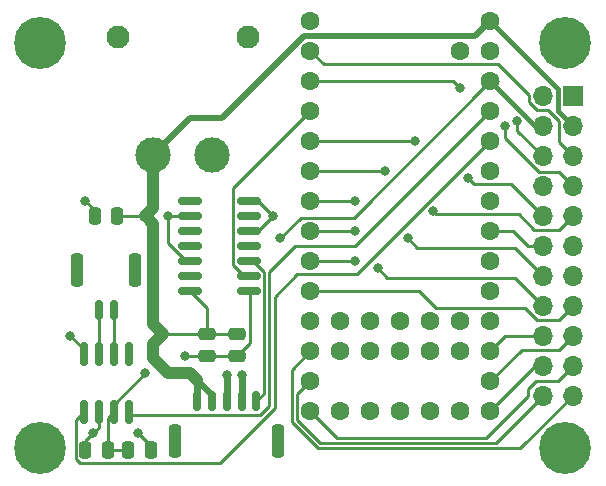
<source format=gbr>
%TF.GenerationSoftware,KiCad,Pcbnew,7.0.6-0*%
%TF.CreationDate,2024-01-30T23:56:51-05:00*%
%TF.ProjectId,Peripherals Board (new),50657269-7068-4657-9261-6c7320426f61,rev?*%
%TF.SameCoordinates,Original*%
%TF.FileFunction,Copper,L1,Top*%
%TF.FilePolarity,Positive*%
%FSLAX46Y46*%
G04 Gerber Fmt 4.6, Leading zero omitted, Abs format (unit mm)*
G04 Created by KiCad (PCBNEW 7.0.6-0) date 2024-01-30 23:56:51*
%MOMM*%
%LPD*%
G01*
G04 APERTURE LIST*
G04 Aperture macros list*
%AMRoundRect*
0 Rectangle with rounded corners*
0 $1 Rounding radius*
0 $2 $3 $4 $5 $6 $7 $8 $9 X,Y pos of 4 corners*
0 Add a 4 corners polygon primitive as box body*
4,1,4,$2,$3,$4,$5,$6,$7,$8,$9,$2,$3,0*
0 Add four circle primitives for the rounded corners*
1,1,$1+$1,$2,$3*
1,1,$1+$1,$4,$5*
1,1,$1+$1,$6,$7*
1,1,$1+$1,$8,$9*
0 Add four rect primitives between the rounded corners*
20,1,$1+$1,$2,$3,$4,$5,0*
20,1,$1+$1,$4,$5,$6,$7,0*
20,1,$1+$1,$6,$7,$8,$9,0*
20,1,$1+$1,$8,$9,$2,$3,0*%
G04 Aperture macros list end*
%TA.AperFunction,SMDPad,CuDef*%
%ADD10RoundRect,0.250000X-0.475000X0.250000X-0.475000X-0.250000X0.475000X-0.250000X0.475000X0.250000X0*%
%TD*%
%TA.AperFunction,SMDPad,CuDef*%
%ADD11RoundRect,0.150000X-0.150000X-0.700000X0.150000X-0.700000X0.150000X0.700000X-0.150000X0.700000X0*%
%TD*%
%TA.AperFunction,SMDPad,CuDef*%
%ADD12RoundRect,0.250000X-0.250000X-1.150000X0.250000X-1.150000X0.250000X1.150000X-0.250000X1.150000X0*%
%TD*%
%TA.AperFunction,ComponentPad*%
%ADD13C,1.600000*%
%TD*%
%TA.AperFunction,SMDPad,CuDef*%
%ADD14RoundRect,0.250000X0.250000X0.475000X-0.250000X0.475000X-0.250000X-0.475000X0.250000X-0.475000X0*%
%TD*%
%TA.AperFunction,SMDPad,CuDef*%
%ADD15RoundRect,0.150000X0.150000X-0.825000X0.150000X0.825000X-0.150000X0.825000X-0.150000X-0.825000X0*%
%TD*%
%TA.AperFunction,SMDPad,CuDef*%
%ADD16RoundRect,0.250000X-0.250000X-0.475000X0.250000X-0.475000X0.250000X0.475000X-0.250000X0.475000X0*%
%TD*%
%TA.AperFunction,ComponentPad*%
%ADD17R,1.700000X1.700000*%
%TD*%
%TA.AperFunction,ComponentPad*%
%ADD18O,1.700000X1.700000*%
%TD*%
%TA.AperFunction,ComponentPad*%
%ADD19C,4.400000*%
%TD*%
%TA.AperFunction,ComponentPad*%
%ADD20C,3.000000*%
%TD*%
%TA.AperFunction,ComponentPad*%
%ADD21C,1.950000*%
%TD*%
%TA.AperFunction,SMDPad,CuDef*%
%ADD22RoundRect,0.150000X0.150000X0.700000X-0.150000X0.700000X-0.150000X-0.700000X0.150000X-0.700000X0*%
%TD*%
%TA.AperFunction,SMDPad,CuDef*%
%ADD23RoundRect,0.250000X0.250000X1.150000X-0.250000X1.150000X-0.250000X-1.150000X0.250000X-1.150000X0*%
%TD*%
%TA.AperFunction,SMDPad,CuDef*%
%ADD24RoundRect,0.150000X0.825000X0.150000X-0.825000X0.150000X-0.825000X-0.150000X0.825000X-0.150000X0*%
%TD*%
%TA.AperFunction,ViaPad*%
%ADD25C,0.800000*%
%TD*%
%TA.AperFunction,Conductor*%
%ADD26C,0.250000*%
%TD*%
%TA.AperFunction,Conductor*%
%ADD27C,0.400000*%
%TD*%
%TA.AperFunction,Conductor*%
%ADD28C,0.600000*%
%TD*%
%TA.AperFunction,Conductor*%
%ADD29C,1.000000*%
%TD*%
%TA.AperFunction,Conductor*%
%ADD30C,0.500000*%
%TD*%
G04 APERTURE END LIST*
D10*
%TO.P,C3,1*%
%TO.N,+5V*%
X189992000Y-73472000D03*
%TO.P,C3,2*%
%TO.N,GND*%
X189992000Y-75372000D03*
%TD*%
D11*
%TO.P,J1,1,Pin_1*%
%TO.N,Net-(J1-Pin_1)*%
X178295000Y-71464087D03*
%TO.P,J1,2,Pin_2*%
%TO.N,Net-(J1-Pin_2)*%
X179545000Y-71464087D03*
D12*
%TO.P,J1,MP*%
%TO.N,N/C*%
X176445000Y-68114087D03*
X181395000Y-68114087D03*
%TD*%
D13*
%TO.P,U1,44,33_MCLK2*%
%TO.N,unconnected-(U1-33_MCLK2-Pad44)*%
X198755000Y-72390000D03*
%TO.P,U1,43,32_OUT1B*%
%TO.N,unconnected-(U1-32_OUT1B-Pad43)*%
X198755000Y-74930000D03*
%TO.P,U1,42,31_CTX3*%
%TO.N,unconnected-(U1-31_CTX3-Pad42)*%
X201295000Y-72390000D03*
%TO.P,U1,41,30_CRX3*%
%TO.N,unconnected-(U1-30_CRX3-Pad41)*%
X201295000Y-74930000D03*
%TO.P,U1,40,29_TX7*%
%TO.N,unconnected-(U1-29_TX7-Pad40)*%
X203835000Y-72390000D03*
%TO.P,U1,39,28_RX7*%
%TO.N,unconnected-(U1-28_RX7-Pad39)*%
X203835000Y-74930000D03*
%TO.P,U1,38,27_A13_SCK1*%
%TO.N,unconnected-(U1-27_A13_SCK1-Pad38)*%
X206375000Y-72390000D03*
%TO.P,U1,37,26_A12_MOSI1*%
%TO.N,unconnected-(U1-26_A12_MOSI1-Pad37)*%
X206375000Y-74930000D03*
%TO.P,U1,36,25_A11_RX6_SDA2*%
%TO.N,unconnected-(U1-25_A11_RX6_SDA2-Pad36)*%
X208915000Y-72390000D03*
%TO.P,U1,35,24_A10_TX6_SCL2*%
%TO.N,unconnected-(U1-24_A10_TX6_SCL2-Pad35)*%
X208915000Y-74930000D03*
%TO.P,U1,34,VUSB*%
%TO.N,unconnected-(U1-VUSB-Pad34)*%
X208915000Y-49530000D03*
%TO.P,U1,33,VIN*%
%TO.N,+5V*%
X211455000Y-46990000D03*
%TO.P,U1,32,GND*%
%TO.N,GND*%
X211455000Y-49530000D03*
%TO.P,U1,31,3V3*%
%TO.N,+3.3V*%
X211455000Y-52070000D03*
%TO.P,U1,30,23_A9_CRX1_MCLK1*%
%TO.N,/CAN_RX*%
X211455000Y-54610000D03*
%TO.P,U1,29,22_A8_CTX1*%
%TO.N,/CAN_TX*%
X211455000Y-57150000D03*
%TO.P,U1,28,21_A7_RX5_BCLK1*%
%TO.N,unconnected-(U1-21_A7_RX5_BCLK1-Pad28)*%
X211455000Y-59690000D03*
%TO.P,U1,27,20_A6_TX5_LRCLK1*%
%TO.N,unconnected-(U1-20_A6_TX5_LRCLK1-Pad27)*%
X211455000Y-62230000D03*
%TO.P,U1,26,19_A5_SCL0*%
%TO.N,/SCL0*%
X211455000Y-64770000D03*
%TO.P,U1,25,18_A4_SDA0*%
%TO.N,/SDA0*%
X211455000Y-67310000D03*
%TO.P,U1,24,17_A3_TX4_SDA1*%
%TO.N,/D6*%
X211455000Y-69850000D03*
%TO.P,U1,23,16_A2_RX4_SCL1*%
%TO.N,/D5*%
X211455000Y-72390000D03*
%TO.P,U1,22,15_A1_RX3_SPDIF_IN*%
%TO.N,/RX3*%
X211455000Y-74930000D03*
%TO.P,U1,21,14_A0_TX3_SPDIF_OUT*%
%TO.N,/TX3*%
X211455000Y-77470000D03*
%TO.P,U1,20,13_SCK_CRX1_LED*%
%TO.N,/SCK*%
X211455000Y-80010000D03*
%TO.P,U1,19,ON_OFF*%
%TO.N,unconnected-(U1-ON_OFF-Pad19)*%
X208915000Y-80010000D03*
%TO.P,U1,18,PROGRAM*%
%TO.N,unconnected-(U1-PROGRAM-Pad18)*%
X206375000Y-80010000D03*
%TO.P,U1,17,GND*%
%TO.N,GND*%
X203835000Y-80010000D03*
%TO.P,U1,16,3V3*%
%TO.N,unconnected-(U1-3V3-Pad16)*%
X201295000Y-80010000D03*
%TO.P,U1,15,VBAT*%
%TO.N,unconnected-(U1-VBAT-Pad15)*%
X198755000Y-80010000D03*
%TO.P,U1,14,12_MISO_MQSL*%
%TO.N,/MISO*%
X196215000Y-80010000D03*
%TO.P,U1,13,11_MOSI_CTX1*%
%TO.N,/MOSI*%
X196215000Y-77470000D03*
%TO.P,U1,12,10_CS_MQSR*%
%TO.N,/CS*%
X196215000Y-74930000D03*
%TO.P,U1,11,9_OUT1C*%
%TO.N,unconnected-(U1-9_OUT1C-Pad11)*%
X196215000Y-72390000D03*
%TO.P,U1,10,8_TX2_IN1*%
%TO.N,/TX2*%
X196215000Y-69850000D03*
%TO.P,U1,9,7_RX2_OUT1A*%
%TO.N,/RX2*%
X196215000Y-67310000D03*
%TO.P,U1,8,6_OUT1D*%
%TO.N,/D4*%
X196215000Y-64770000D03*
%TO.P,U1,7,5_IN2*%
%TO.N,/D3*%
X196215000Y-62230000D03*
%TO.P,U1,6,4_BCLK2*%
%TO.N,/D2*%
X196215000Y-59690000D03*
%TO.P,U1,5,3_LRCLK2*%
%TO.N,/D1*%
X196215000Y-57150000D03*
%TO.P,U1,4,2_OUT2*%
%TO.N,/SIGNAL_IN*%
X196215000Y-54610000D03*
%TO.P,U1,3,1_TX1_CTX2_MISO1*%
%TO.N,/TX1*%
X196215000Y-52070000D03*
%TO.P,U1,2,0_RX1_CRX2_CS1*%
%TO.N,/RX1*%
X196215000Y-49530000D03*
%TO.P,U1,1,GND*%
%TO.N,GND*%
X196215000Y-46990000D03*
%TD*%
D14*
%TO.P,C5,1*%
%TO.N,GND*%
X182710000Y-83354087D03*
%TO.P,C5,2*%
%TO.N,+3.3V*%
X180810000Y-83354087D03*
%TD*%
D15*
%TO.P,U2,1,D*%
%TO.N,/CAN_TX*%
X177015000Y-80114087D03*
%TO.P,U2,2,GND*%
%TO.N,GND*%
X178285000Y-80114087D03*
%TO.P,U2,3,VCC*%
%TO.N,+3.3V*%
X179555000Y-80114087D03*
%TO.P,U2,4,R*%
%TO.N,/CAN_RX*%
X180825000Y-80114087D03*
%TO.P,U2,5,Vref*%
%TO.N,unconnected-(U2-Vref-Pad5)*%
X180825000Y-75164087D03*
%TO.P,U2,6,CANL*%
%TO.N,Net-(J1-Pin_2)*%
X179555000Y-75164087D03*
%TO.P,U2,7,CANH*%
%TO.N,Net-(J1-Pin_1)*%
X178285000Y-75164087D03*
%TO.P,U2,8,Rs*%
%TO.N,GND*%
X177015000Y-75164087D03*
%TD*%
D16*
%TO.P,C4,2*%
%TO.N,+5V*%
X179870000Y-63500000D03*
%TO.P,C4,1*%
%TO.N,GND*%
X177970000Y-63500000D03*
%TD*%
D17*
%TO.P,J4,1,Pin_1*%
%TO.N,GND*%
X218440000Y-53340000D03*
D18*
%TO.P,J4,2,Pin_2*%
X215900000Y-53340000D03*
%TO.P,J4,3,Pin_3*%
%TO.N,+5V*%
X218440000Y-55880000D03*
%TO.P,J4,4,Pin_4*%
%TO.N,+3.3V*%
X215900000Y-55880000D03*
%TO.P,J4,5,Pin_5*%
%TO.N,/RX1*%
X218440000Y-58420000D03*
%TO.P,J4,6,Pin_6*%
%TO.N,/TX1*%
X215900000Y-58420000D03*
%TO.P,J4,7,Pin_7*%
%TO.N,/D1*%
X218440000Y-60960000D03*
%TO.P,J4,8,Pin_8*%
%TO.N,/D5*%
X215900000Y-60960000D03*
%TO.P,J4,9,Pin_9*%
%TO.N,/D3*%
X218440000Y-63500000D03*
%TO.P,J4,10,Pin_10*%
%TO.N,/D2*%
X215900000Y-63500000D03*
%TO.P,J4,11,Pin_11*%
%TO.N,/SDA0*%
X218440000Y-66040000D03*
%TO.P,J4,12,Pin_12*%
%TO.N,/SCL0*%
X215900000Y-66040000D03*
%TO.P,J4,13,Pin_13*%
%TO.N,/D6*%
X218440000Y-68580000D03*
%TO.P,J4,14,Pin_14*%
%TO.N,/D4*%
X215900000Y-68580000D03*
%TO.P,J4,15,Pin_15*%
%TO.N,/TX2*%
X218440000Y-71120000D03*
%TO.P,J4,16,Pin_16*%
%TO.N,/RX2*%
X215900000Y-71120000D03*
%TO.P,J4,17,Pin_17*%
%TO.N,/TX3*%
X218440000Y-73660000D03*
%TO.P,J4,18,Pin_18*%
%TO.N,/RX3*%
X215900000Y-73660000D03*
%TO.P,J4,19,Pin_19*%
%TO.N,/MISO*%
X218440000Y-76200000D03*
%TO.P,J4,20,Pin_20*%
%TO.N,/SCK*%
X215900000Y-76200000D03*
%TO.P,J4,21,Pin_21*%
%TO.N,/CS*%
X218440000Y-78740000D03*
%TO.P,J4,22,Pin_22*%
%TO.N,/MOSI*%
X215900000Y-78740000D03*
%TD*%
D19*
%TO.P,H1,1,1*%
%TO.N,GND*%
X217805000Y-48895000D03*
%TD*%
D10*
%TO.P,C2,1*%
%TO.N,+5V*%
X187452000Y-73472000D03*
%TO.P,C2,2*%
%TO.N,GND*%
X187452000Y-75372000D03*
%TD*%
D19*
%TO.P,H4,1,1*%
%TO.N,GND*%
X173355000Y-83185000D03*
%TD*%
D14*
%TO.P,C1,1*%
%TO.N,+3.3V*%
X179065000Y-83354087D03*
%TO.P,C1,2*%
%TO.N,GND*%
X177165000Y-83354087D03*
%TD*%
D20*
%TO.P,J3,1,A*%
%TO.N,+5V*%
X182920000Y-58340000D03*
D21*
%TO.P,J3,2,B*%
%TO.N,GND*%
X179920000Y-48340000D03*
D20*
X187920000Y-58340000D03*
D21*
X190920000Y-48340000D03*
%TD*%
D19*
%TO.P,H2,1,1*%
%TO.N,GND*%
X217805000Y-83185000D03*
%TD*%
D22*
%TO.P,J2,1,Pin_1*%
%TO.N,/SIGNAL_OUT*%
X191635000Y-79200000D03*
%TO.P,J2,2,Pin_2*%
%TO.N,GND*%
X190385000Y-79200000D03*
%TO.P,J2,3,Pin_3*%
X189135000Y-79200000D03*
%TO.P,J2,4,Pin_4*%
%TO.N,+5V*%
X187885000Y-79200000D03*
%TO.P,J2,5,Pin_5*%
X186635000Y-79200000D03*
D23*
%TO.P,J2,MP*%
%TO.N,N/C*%
X193485000Y-82550000D03*
X184785000Y-82550000D03*
%TD*%
D24*
%TO.P,U3,14,VCC*%
%TO.N,+5V*%
X186045000Y-69850000D03*
%TO.P,U3,13,4OE*%
%TO.N,unconnected-(U3-4OE-Pad13)*%
X186045000Y-68580000D03*
%TO.P,U3,12,4A*%
%TO.N,GND*%
X186045000Y-67310000D03*
%TO.P,U3,11,4Y*%
%TO.N,unconnected-(U3-4Y-Pad11)*%
X186045000Y-66040000D03*
%TO.P,U3,10,3OE*%
%TO.N,unconnected-(U3-3OE-Pad10)*%
X186045000Y-64770000D03*
%TO.P,U3,9,3A*%
%TO.N,GND*%
X186045000Y-63500000D03*
%TO.P,U3,8,3Y*%
%TO.N,unconnected-(U3-3Y-Pad8)*%
X186045000Y-62230000D03*
%TO.P,U3,7,GND*%
%TO.N,GND*%
X190995000Y-62230000D03*
%TO.P,U3,6,2Y*%
%TO.N,unconnected-(U3-2Y-Pad6)*%
X190995000Y-63500000D03*
%TO.P,U3,5,2A*%
%TO.N,GND*%
X190995000Y-64770000D03*
%TO.P,U3,4,2OE*%
%TO.N,unconnected-(U3-2OE-Pad4)*%
X190995000Y-66040000D03*
%TO.P,U3,3,1Y*%
%TO.N,/SIGNAL_OUT*%
X190995000Y-67310000D03*
%TO.P,U3,2,1A*%
%TO.N,/SIGNAL_IN*%
X190995000Y-68580000D03*
%TO.P,U3,1,1OE*%
%TO.N,GND*%
X190995000Y-69850000D03*
%TD*%
D19*
%TO.P,H3,1,1*%
%TO.N,GND*%
X173355000Y-48895000D03*
%TD*%
D25*
%TO.N,+3.3V*%
X182245000Y-76835000D03*
X193675000Y-65405000D03*
%TO.N,GND*%
X177165000Y-62230000D03*
X177800000Y-81915000D03*
X190385000Y-76950000D03*
X185630673Y-75373844D03*
X184150000Y-63500000D03*
X193040000Y-63500000D03*
X175895000Y-73660000D03*
X181610000Y-81915000D03*
X189135000Y-76930000D03*
%TO.N,/D4*%
X200025000Y-64770000D03*
X204470000Y-65405000D03*
%TO.N,/D3*%
X200025000Y-62230000D03*
X206569799Y-63059799D03*
%TO.N,/D2*%
X209550000Y-60325000D03*
X202565000Y-59690000D03*
%TO.N,/D1*%
X205105000Y-57150000D03*
X212725000Y-55880000D03*
%TO.N,/RX2*%
X201930000Y-67945000D03*
X200025000Y-67310000D03*
%TO.N,/TX1*%
X208915000Y-52705000D03*
X213747168Y-55492832D03*
%TD*%
D26*
%TO.N,/CAN_RX*%
X200025000Y-66040000D02*
X211455000Y-54610000D01*
%TO.N,/RX1*%
X196215000Y-49530000D02*
X197340000Y-50655000D01*
X217265000Y-55447462D02*
X217265000Y-57245000D01*
X217265000Y-57245000D02*
X218440000Y-58420000D01*
X214725000Y-53826701D02*
X215413299Y-54515000D01*
X197340000Y-50655000D02*
X212127538Y-50655000D01*
X212127538Y-50655000D02*
X214725000Y-53252462D01*
X214725000Y-53252462D02*
X214725000Y-53826701D01*
X215413299Y-54515000D02*
X216332538Y-54515000D01*
X216332538Y-54515000D02*
X217265000Y-55447462D01*
%TO.N,+3.3V*%
X195435000Y-63645000D02*
X199880000Y-63645000D01*
D27*
X211455000Y-52070000D02*
X215265000Y-55880000D01*
D26*
X179555000Y-80114087D02*
X179555000Y-79525000D01*
X199880000Y-63645000D02*
X211455000Y-52070000D01*
X179555000Y-79525000D02*
X182245000Y-76835000D01*
X210820000Y-52070000D02*
X212090000Y-52070000D01*
X193675000Y-65405000D02*
X195435000Y-63645000D01*
D27*
X215265000Y-55880000D02*
X215900000Y-55880000D01*
D26*
X179070000Y-80599087D02*
X179070000Y-83349087D01*
X179070000Y-83349087D02*
X179065000Y-83354087D01*
X180810000Y-83354087D02*
X179065000Y-83354087D01*
X179555000Y-80114087D02*
X179070000Y-80599087D01*
D28*
%TO.N,GND*%
X189135000Y-79200000D02*
X189135000Y-76930000D01*
D26*
X191135000Y-74229000D02*
X189992000Y-75372000D01*
X178285000Y-80114087D02*
X178285000Y-81430000D01*
X186045000Y-63500000D02*
X184150000Y-63500000D01*
X184150000Y-65791751D02*
X184150000Y-63500000D01*
X190995000Y-62230000D02*
X191770000Y-62230000D01*
X177970000Y-63035000D02*
X177165000Y-62230000D01*
X191135000Y-69990000D02*
X191135000Y-74229000D01*
X182710000Y-83354087D02*
X182710000Y-83015000D01*
X185668249Y-67310000D02*
X184150000Y-65791751D01*
X191770000Y-64770000D02*
X193040000Y-63500000D01*
X191770000Y-62230000D02*
X193040000Y-63500000D01*
X177165000Y-83354087D02*
X177165000Y-82550000D01*
X190995000Y-69850000D02*
X191135000Y-69990000D01*
X182710000Y-83015000D02*
X181610000Y-81915000D01*
X187452000Y-75372000D02*
X185632517Y-75372000D01*
X185632517Y-75372000D02*
X185630673Y-75373844D01*
X178285000Y-81430000D02*
X177800000Y-81915000D01*
X177015000Y-74780000D02*
X175895000Y-73660000D01*
X186045000Y-67310000D02*
X185668249Y-67310000D01*
X189992000Y-75372000D02*
X187452000Y-75372000D01*
D28*
X190385000Y-79200000D02*
X190385000Y-76950000D01*
D26*
X190995000Y-64770000D02*
X191770000Y-64770000D01*
X177970000Y-63500000D02*
X177970000Y-63035000D01*
X177165000Y-82550000D02*
X177800000Y-81915000D01*
X177015000Y-75164087D02*
X177015000Y-74780000D01*
D29*
%TO.N,+5V*%
X182920000Y-62825000D02*
X182920000Y-58340000D01*
X183756739Y-73472000D02*
X182920000Y-72635261D01*
D30*
X210165000Y-48280000D02*
X211455000Y-46990000D01*
X186015000Y-55245000D02*
X188732233Y-55245000D01*
D29*
X182920000Y-72635261D02*
X182920000Y-64175000D01*
D28*
X187885000Y-78665000D02*
X186635000Y-77415000D01*
D29*
X184150000Y-76835000D02*
X182880000Y-75565000D01*
D28*
X186635000Y-77415000D02*
X186635000Y-79200000D01*
D26*
X187885000Y-79200000D02*
X187885000Y-78665000D01*
X187452000Y-73472000D02*
X189992000Y-73472000D01*
D29*
X182245000Y-63500000D02*
X182920000Y-62825000D01*
D27*
X218440000Y-55880000D02*
X217190000Y-54630000D01*
D30*
X188732233Y-55245000D02*
X195697233Y-48280000D01*
D29*
X186055000Y-76835000D02*
X184150000Y-76835000D01*
D27*
X217190000Y-54630000D02*
X217190000Y-52725000D01*
D26*
X179870000Y-63500000D02*
X182245000Y-63500000D01*
D30*
X182920000Y-58340000D02*
X186015000Y-55245000D01*
D29*
X186055000Y-76835000D02*
X186635000Y-77415000D01*
D30*
X195697233Y-48280000D02*
X210165000Y-48280000D01*
D26*
X183756739Y-73472000D02*
X187452000Y-73472000D01*
X186045000Y-69850000D02*
X187452000Y-71257000D01*
D29*
X183756739Y-73472000D02*
X182880000Y-74348739D01*
D27*
X217190000Y-52725000D02*
X211455000Y-46990000D01*
D29*
X182920000Y-64175000D02*
X182285000Y-63540000D01*
D26*
X187970000Y-78695000D02*
X187960000Y-78685000D01*
X187452000Y-71257000D02*
X187452000Y-73472000D01*
D29*
X182880000Y-74348739D02*
X182880000Y-75565000D01*
D26*
%TO.N,/SIGNAL_OUT*%
X192295000Y-68233249D02*
X192295000Y-78540000D01*
X190995000Y-67310000D02*
X191371751Y-67310000D01*
X191371751Y-67310000D02*
X192295000Y-68233249D01*
X192295000Y-78540000D02*
X191635000Y-79200000D01*
%TO.N,/D4*%
X204470000Y-65405000D02*
X205250000Y-66185000D01*
X213505000Y-66185000D02*
X215900000Y-68580000D01*
X196215000Y-64770000D02*
X200025000Y-64770000D01*
X205250000Y-66185000D02*
X213505000Y-66185000D01*
%TO.N,/D3*%
X217265000Y-64675000D02*
X218440000Y-63500000D01*
X196215000Y-62230000D02*
X200025000Y-62230000D01*
X213850000Y-63355000D02*
X215170000Y-64675000D01*
X215170000Y-64675000D02*
X217265000Y-64675000D01*
X206865000Y-63355000D02*
X213850000Y-63355000D01*
X206569799Y-63059799D02*
X206865000Y-63355000D01*
%TO.N,/D2*%
X209550000Y-60325000D02*
X210040000Y-60815000D01*
X196215000Y-59690000D02*
X202565000Y-59690000D01*
X210040000Y-60815000D02*
X213215000Y-60815000D01*
X213215000Y-60815000D02*
X215900000Y-63500000D01*
%TO.N,/D1*%
X215603299Y-59785000D02*
X217265000Y-59785000D01*
X196215000Y-57150000D02*
X205105000Y-57150000D01*
X212725000Y-55880000D02*
X212725000Y-56906701D01*
X212725000Y-56906701D02*
X215603299Y-59785000D01*
X217265000Y-59785000D02*
X218440000Y-60960000D01*
%TO.N,/SCK*%
X215265000Y-76200000D02*
X215900000Y-76200000D01*
X211455000Y-80010000D02*
X215265000Y-76200000D01*
%TO.N,/MISO*%
X215318299Y-77470000D02*
X217170000Y-77470000D01*
X211085000Y-82285000D02*
X214630000Y-78740000D01*
X217170000Y-77470000D02*
X218440000Y-76200000D01*
X196215000Y-80010000D02*
X198490000Y-82285000D01*
X214630000Y-78740000D02*
X214630000Y-78158299D01*
X214630000Y-78158299D02*
X215318299Y-77470000D01*
X198490000Y-82285000D02*
X211085000Y-82285000D01*
%TO.N,/MOSI*%
X196215000Y-77470000D02*
X195090000Y-78595000D01*
X195090000Y-80790000D02*
X197035000Y-82735000D01*
X197035000Y-82735000D02*
X211905000Y-82735000D01*
X211905000Y-82735000D02*
X215900000Y-78740000D01*
X195090000Y-78595000D02*
X195090000Y-80790000D01*
%TO.N,/TX3*%
X211455000Y-77470000D02*
X214090000Y-74835000D01*
X217265000Y-74835000D02*
X218440000Y-73660000D01*
X214090000Y-74835000D02*
X217265000Y-74835000D01*
%TO.N,/RX3*%
X212725000Y-73660000D02*
X215900000Y-73660000D01*
X211455000Y-74930000D02*
X212725000Y-73660000D01*
%TO.N,/TX2*%
X215413299Y-72295000D02*
X217265000Y-72295000D01*
X214383299Y-71265000D02*
X215413299Y-72295000D01*
X205425991Y-69850000D02*
X206840991Y-71265000D01*
X217265000Y-72295000D02*
X218440000Y-71120000D01*
X206840991Y-71265000D02*
X214383299Y-71265000D01*
X196215000Y-69850000D02*
X205425991Y-69850000D01*
%TO.N,/RX2*%
X202710000Y-68725000D02*
X213505000Y-68725000D01*
X201930000Y-67945000D02*
X202710000Y-68725000D01*
X213505000Y-68725000D02*
X215900000Y-71120000D01*
X196215000Y-67310000D02*
X200025000Y-67310000D01*
%TO.N,/TX1*%
X208280000Y-52070000D02*
X208915000Y-52705000D01*
X213747168Y-55492832D02*
X213747168Y-56267168D01*
X196215000Y-52070000D02*
X208280000Y-52070000D01*
X213747168Y-56267168D02*
X215900000Y-58420000D01*
%TO.N,/SCL0*%
X211455000Y-64770000D02*
X213360000Y-64770000D01*
X214630000Y-66040000D02*
X215900000Y-66040000D01*
X213360000Y-64770000D02*
X214630000Y-66040000D01*
%TO.N,/CS*%
X196215000Y-74930000D02*
X194640000Y-76505000D01*
X196848604Y-83185000D02*
X213995000Y-83185000D01*
X213995000Y-83185000D02*
X218440000Y-78740000D01*
X194640000Y-76505000D02*
X194640000Y-80976396D01*
X194640000Y-80976396D02*
X196848604Y-83185000D01*
%TO.N,/CAN_TX*%
X200170000Y-68435000D02*
X195090000Y-68435000D01*
X176340000Y-80789087D02*
X177015000Y-80114087D01*
X211455000Y-57150000D02*
X200170000Y-68435000D01*
X193195000Y-70330000D02*
X193195000Y-79798147D01*
X193195000Y-79798147D02*
X188589060Y-84404087D01*
X176340000Y-84067260D02*
X176340000Y-80789087D01*
X188589060Y-84404087D02*
X176676827Y-84404087D01*
X176676827Y-84404087D02*
X176340000Y-84067260D01*
X195090000Y-68435000D02*
X193195000Y-70330000D01*
%TO.N,/CAN_RX*%
X192745000Y-68240000D02*
X194945000Y-66040000D01*
X192745000Y-79611751D02*
X192745000Y-68240000D01*
X181085913Y-80375000D02*
X191981751Y-80375000D01*
X180825000Y-80114087D02*
X181085913Y-80375000D01*
X194945000Y-66040000D02*
X200025000Y-66040000D01*
X191981751Y-80375000D02*
X192745000Y-79611751D01*
%TO.N,/SIGNAL_IN*%
X190618249Y-68580000D02*
X189695000Y-67656751D01*
X190995000Y-68580000D02*
X190618249Y-68580000D01*
X189695000Y-67656751D02*
X189695000Y-61130000D01*
X189695000Y-61130000D02*
X196215000Y-54610000D01*
%TO.N,Net-(J1-Pin_2)*%
X179555000Y-71474087D02*
X179545000Y-71464087D01*
X179555000Y-75164087D02*
X179555000Y-71474087D01*
%TO.N,Net-(J1-Pin_1)*%
X178295000Y-75154087D02*
X178285000Y-75164087D01*
X178295000Y-71464087D02*
X178295000Y-75154087D01*
%TD*%
M02*

</source>
